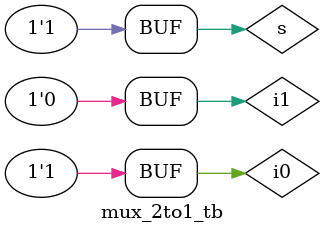
<source format=v>
module MUX_2TO1(i0,i1,s,o);
  input i0,i1,s;
  output o;
  wire w1,w2,w3;
  
  not n1(w1,s);
  and a1(w2,w1,i0);
  and a2(w3,s,i1);
  or o1(o,w2,w3);
endmodule

module mux_2to1_tb;
  reg i0,i1,s;
  wire o;
  MUX_2TO1 m1(i0,i1,s,o);
  initial
    begin
      i0=1;
      i1=0;
      
       s=0;
       #50 s=1;
   end
   
   initial
   $monitor("Time=%d, i0=%d, i1=%d, s=%d, o=%d",$time,i0,i1,s,o);
 endmodule
</source>
